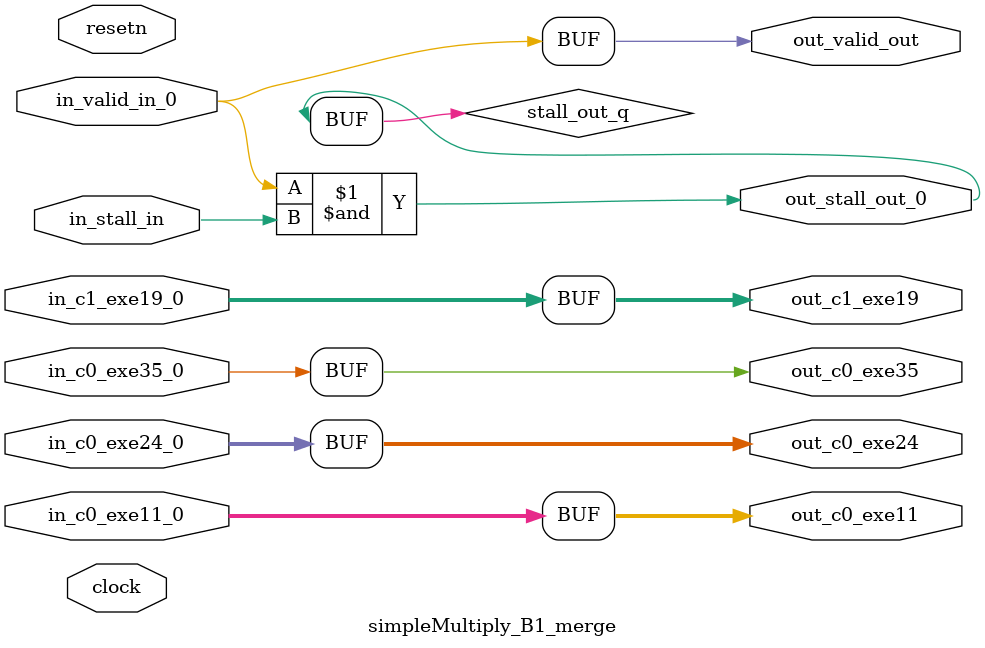
<source format=sv>



(* altera_attribute = "-name AUTO_SHIFT_REGISTER_RECOGNITION OFF; -name MESSAGE_DISABLE 10036; -name MESSAGE_DISABLE 10037; -name MESSAGE_DISABLE 14130; -name MESSAGE_DISABLE 14320; -name MESSAGE_DISABLE 15400; -name MESSAGE_DISABLE 14130; -name MESSAGE_DISABLE 10036; -name MESSAGE_DISABLE 12020; -name MESSAGE_DISABLE 12030; -name MESSAGE_DISABLE 12010; -name MESSAGE_DISABLE 12110; -name MESSAGE_DISABLE 14320; -name MESSAGE_DISABLE 13410; -name MESSAGE_DISABLE 113007; -name MESSAGE_DISABLE 10958" *)
module simpleMultiply_B1_merge (
    input wire [31:0] in_c0_exe11_0,
    input wire [31:0] in_c0_exe24_0,
    input wire [0:0] in_c0_exe35_0,
    input wire [31:0] in_c1_exe19_0,
    input wire [0:0] in_stall_in,
    input wire [0:0] in_valid_in_0,
    output wire [31:0] out_c0_exe11,
    output wire [31:0] out_c0_exe24,
    output wire [0:0] out_c0_exe35,
    output wire [31:0] out_c1_exe19,
    output wire [0:0] out_stall_out_0,
    output wire [0:0] out_valid_out,
    input wire clock,
    input wire resetn
    );

    wire [0:0] stall_out_q;


    // out_c0_exe11(GPOUT,8)
    assign out_c0_exe11 = in_c0_exe11_0;

    // out_c0_exe24(GPOUT,9)
    assign out_c0_exe24 = in_c0_exe24_0;

    // out_c0_exe35(GPOUT,10)
    assign out_c0_exe35 = in_c0_exe35_0;

    // out_c1_exe19(GPOUT,11)
    assign out_c1_exe19 = in_c1_exe19_0;

    // stall_out(LOGICAL,14)
    assign stall_out_q = in_valid_in_0 & in_stall_in;

    // out_stall_out_0(GPOUT,12)
    assign out_stall_out_0 = stall_out_q;

    // out_valid_out(GPOUT,13)
    assign out_valid_out = in_valid_in_0;

endmodule

</source>
